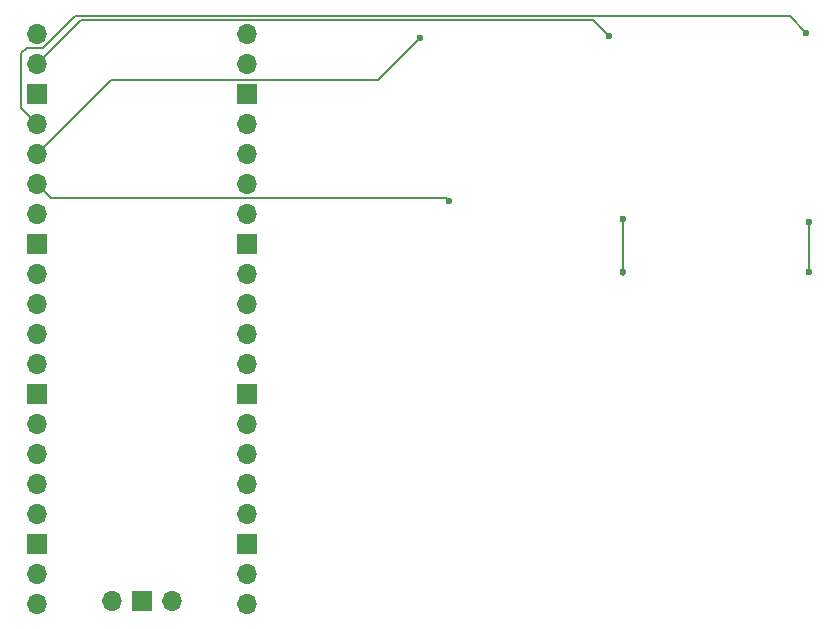
<source format=gbr>
%TF.GenerationSoftware,KiCad,Pcbnew,8.0.7*%
%TF.CreationDate,2025-01-01T06:24:57-05:00*%
%TF.ProjectId,kicad_macropad,6b696361-645f-46d6-9163-726f7061642e,rev?*%
%TF.SameCoordinates,Original*%
%TF.FileFunction,Copper,L2,Bot*%
%TF.FilePolarity,Positive*%
%FSLAX46Y46*%
G04 Gerber Fmt 4.6, Leading zero omitted, Abs format (unit mm)*
G04 Created by KiCad (PCBNEW 8.0.7) date 2025-01-01 06:24:57*
%MOMM*%
%LPD*%
G01*
G04 APERTURE LIST*
%TA.AperFunction,ComponentPad*%
%ADD10O,1.700000X1.700000*%
%TD*%
%TA.AperFunction,ComponentPad*%
%ADD11R,1.700000X1.700000*%
%TD*%
%TA.AperFunction,ViaPad*%
%ADD12C,0.600000*%
%TD*%
%TA.AperFunction,Conductor*%
%ADD13C,0.200000*%
%TD*%
G04 APERTURE END LIST*
D10*
%TO.P,U1,1,GPIO0*%
%TO.N,Column 0*%
X81210000Y-94185000D03*
%TO.P,U1,2,GPIO1*%
%TO.N,Column 1*%
X81210000Y-96725000D03*
D11*
%TO.P,U1,3,GND*%
%TO.N,unconnected-(U1-GND-Pad3)*%
X81210000Y-99265000D03*
D10*
%TO.P,U1,4,GPIO2*%
%TO.N,Column 2*%
X81210000Y-101805000D03*
%TO.P,U1,5,GPIO3*%
%TO.N,Row 0*%
X81210000Y-104345000D03*
%TO.P,U1,6,GPIO4*%
%TO.N,Row 1*%
X81210000Y-106885000D03*
%TO.P,U1,7,GPIO5*%
%TO.N,Row 2*%
X81210000Y-109425000D03*
D11*
%TO.P,U1,8,GND*%
%TO.N,unconnected-(U1-GND-Pad8)*%
X81210000Y-111965000D03*
D10*
%TO.P,U1,9,GPIO6*%
%TO.N,unconnected-(U1-GPIO6-Pad9)*%
X81210000Y-114505000D03*
%TO.P,U1,10,GPIO7*%
%TO.N,unconnected-(U1-GPIO7-Pad10)*%
X81210000Y-117045000D03*
%TO.P,U1,11,GPIO8*%
%TO.N,unconnected-(U1-GPIO8-Pad11)*%
X81210000Y-119585000D03*
%TO.P,U1,12,GPIO9*%
%TO.N,unconnected-(U1-GPIO9-Pad12)*%
X81210000Y-122125000D03*
D11*
%TO.P,U1,13,GND*%
%TO.N,unconnected-(U1-GND-Pad13)*%
X81210000Y-124665000D03*
D10*
%TO.P,U1,14,GPIO10*%
%TO.N,unconnected-(U1-GPIO10-Pad14)*%
X81210000Y-127205000D03*
%TO.P,U1,15,GPIO11*%
%TO.N,unconnected-(U1-GPIO11-Pad15)*%
X81210000Y-129745000D03*
%TO.P,U1,16,GPIO12*%
%TO.N,unconnected-(U1-GPIO12-Pad16)*%
X81210000Y-132285000D03*
%TO.P,U1,17,GPIO13*%
%TO.N,unconnected-(U1-GPIO13-Pad17)*%
X81210000Y-134825000D03*
D11*
%TO.P,U1,18,GND*%
%TO.N,unconnected-(U1-GND-Pad18)*%
X81210000Y-137365000D03*
D10*
%TO.P,U1,19,GPIO14*%
%TO.N,unconnected-(U1-GPIO14-Pad19)*%
X81210000Y-139905000D03*
%TO.P,U1,20,GPIO15*%
%TO.N,unconnected-(U1-GPIO15-Pad20)*%
X81210000Y-142445000D03*
%TO.P,U1,21,GPIO16*%
%TO.N,unconnected-(U1-GPIO16-Pad21)*%
X98990000Y-142445000D03*
%TO.P,U1,22,GPIO17*%
%TO.N,unconnected-(U1-GPIO17-Pad22)*%
X98990000Y-139905000D03*
D11*
%TO.P,U1,23,GND*%
%TO.N,unconnected-(U1-GND-Pad23)*%
X98990000Y-137365000D03*
D10*
%TO.P,U1,24,GPIO18*%
%TO.N,unconnected-(U1-GPIO18-Pad24)*%
X98990000Y-134825000D03*
%TO.P,U1,25,GPIO19*%
%TO.N,unconnected-(U1-GPIO19-Pad25)*%
X98990000Y-132285000D03*
%TO.P,U1,26,GPIO20*%
%TO.N,unconnected-(U1-GPIO20-Pad26)*%
X98990000Y-129745000D03*
%TO.P,U1,27,GPIO21*%
%TO.N,unconnected-(U1-GPIO21-Pad27)*%
X98990000Y-127205000D03*
D11*
%TO.P,U1,28,GND*%
%TO.N,unconnected-(U1-GND-Pad28)*%
X98990000Y-124665000D03*
D10*
%TO.P,U1,29,GPIO22*%
%TO.N,unconnected-(U1-GPIO22-Pad29)*%
X98990000Y-122125000D03*
%TO.P,U1,30,RUN*%
%TO.N,unconnected-(U1-RUN-Pad30)*%
X98990000Y-119585000D03*
%TO.P,U1,31,GPIO26_ADC0*%
%TO.N,unconnected-(U1-GPIO26_ADC0-Pad31)*%
X98990000Y-117045000D03*
%TO.P,U1,32,GPIO27_ADC1*%
%TO.N,unconnected-(U1-GPIO27_ADC1-Pad32)*%
X98990000Y-114505000D03*
D11*
%TO.P,U1,33,AGND*%
%TO.N,unconnected-(U1-AGND-Pad33)*%
X98990000Y-111965000D03*
D10*
%TO.P,U1,34,GPIO28_ADC2*%
%TO.N,unconnected-(U1-GPIO28_ADC2-Pad34)*%
X98990000Y-109425000D03*
%TO.P,U1,35,ADC_VREF*%
%TO.N,unconnected-(U1-ADC_VREF-Pad35)*%
X98990000Y-106885000D03*
%TO.P,U1,36,3V3*%
%TO.N,unconnected-(U1-3V3-Pad36)*%
X98990000Y-104345000D03*
%TO.P,U1,37,3V3_EN*%
%TO.N,unconnected-(U1-3V3_EN-Pad37)*%
X98990000Y-101805000D03*
D11*
%TO.P,U1,38,GND*%
%TO.N,unconnected-(U1-GND-Pad38)*%
X98990000Y-99265000D03*
D10*
%TO.P,U1,39,VSYS*%
%TO.N,unconnected-(U1-VSYS-Pad39)*%
X98990000Y-96725000D03*
%TO.P,U1,40,VBUS*%
%TO.N,unconnected-(U1-VBUS-Pad40)*%
X98990000Y-94185000D03*
%TO.P,U1,41,SWCLK*%
%TO.N,unconnected-(U1-SWCLK-Pad41)*%
X87560000Y-142215000D03*
D11*
%TO.P,U1,42,GND*%
%TO.N,unconnected-(U1-GND-Pad42)*%
X90100000Y-142215000D03*
D10*
%TO.P,U1,43,SWDIO*%
%TO.N,unconnected-(U1-SWDIO-Pad43)*%
X92640000Y-142215000D03*
%TD*%
D12*
%TO.N,Row 0*%
X113600000Y-94565000D03*
%TO.N,Row 1*%
X116100000Y-108315000D03*
%TO.N,Column 1*%
X130850000Y-109815000D03*
X129600000Y-94315000D03*
X130850000Y-114315000D03*
%TO.N,Column 2*%
X146350000Y-94065000D03*
X146600000Y-110065000D03*
X146600000Y-114315000D03*
%TD*%
D13*
%TO.N,Row 0*%
X113600000Y-94565000D02*
X110050000Y-98115000D01*
X110050000Y-98115000D02*
X87440000Y-98115000D01*
X87440000Y-98115000D02*
X81210000Y-104345000D01*
%TO.N,Row 1*%
X82360000Y-108035000D02*
X81210000Y-106885000D01*
X115820000Y-108035000D02*
X82360000Y-108035000D01*
X116100000Y-108315000D02*
X115820000Y-108035000D01*
%TO.N,Column 1*%
X130850000Y-114565000D02*
X130850000Y-114315000D01*
X130850000Y-109815000D02*
X130850000Y-114315000D01*
X129600000Y-94315000D02*
X128320000Y-93035000D01*
X128320000Y-93035000D02*
X84900000Y-93035000D01*
X84900000Y-93035000D02*
X81210000Y-96725000D01*
%TO.N,Column 2*%
X144920000Y-92635000D02*
X84386346Y-92635000D01*
X79850000Y-100445000D02*
X81210000Y-101805000D01*
X146600000Y-110065000D02*
X146600000Y-114315000D01*
X79850000Y-95815000D02*
X79850000Y-100445000D01*
X80330000Y-95335000D02*
X79850000Y-95815000D01*
X81686346Y-95335000D02*
X80330000Y-95335000D01*
X84386346Y-92635000D02*
X81686346Y-95335000D01*
X146350000Y-94065000D02*
X144920000Y-92635000D01*
%TD*%
M02*

</source>
